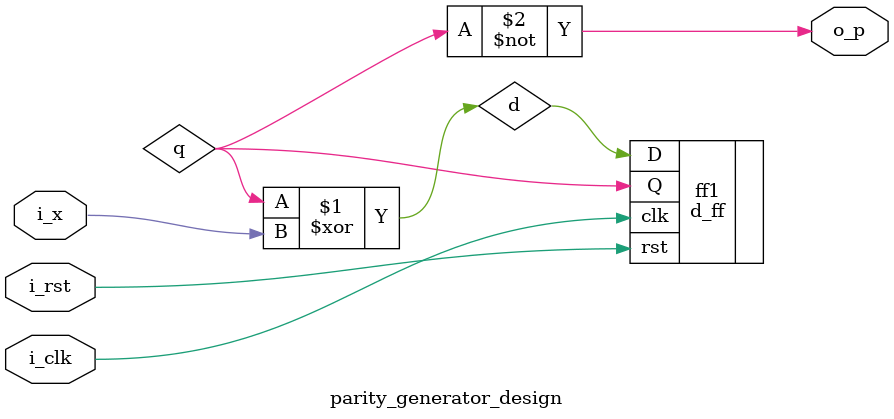
<source format=v>
`timescale 1ns / 1ps
module parity_generator_design( input i_x, input i_rst, input i_clk, 
output o_p
    );
    // the state o determine that the number of 1's is even so we need 1 parity bit 
    // and the state 1 determine that the number of 1's is odd and hence we need 0 parity bit
    wire q, d;
    not n1( o_p, q);
    xor n2(d, q, i_x);
    d_ff ff1(.D(d), .rst(i_rst), .clk(i_clk), .Q(q));
     
    
endmodule

</source>
